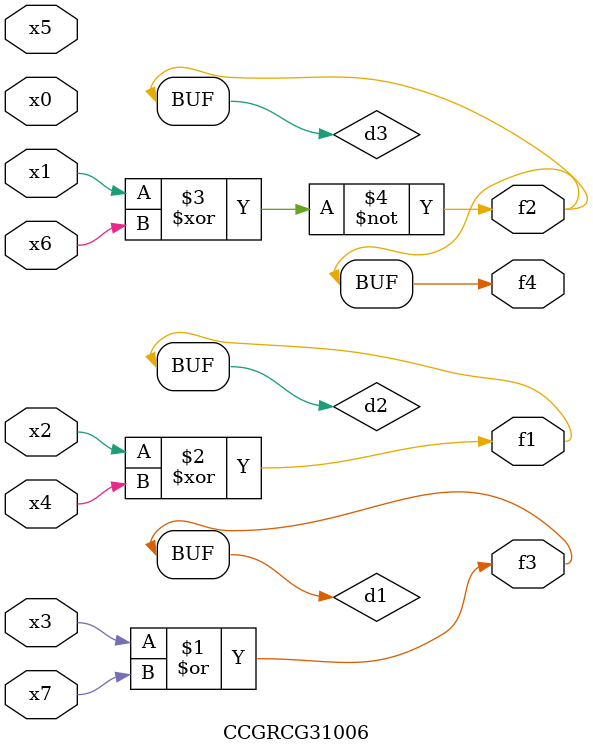
<source format=v>
module CCGRCG31006(
	input x0, x1, x2, x3, x4, x5, x6, x7,
	output f1, f2, f3, f4
);

	wire d1, d2, d3;

	or (d1, x3, x7);
	xor (d2, x2, x4);
	xnor (d3, x1, x6);
	assign f1 = d2;
	assign f2 = d3;
	assign f3 = d1;
	assign f4 = d3;
endmodule

</source>
